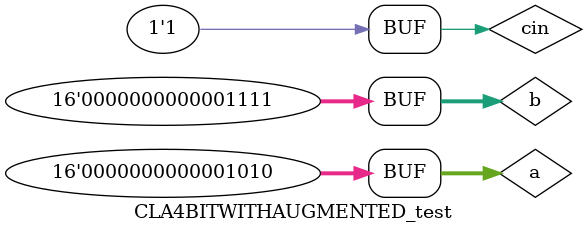
<source format=v>
`timescale 1ns / 1ps

module CLA4BITWITHAUGMENTED_test;

    // Inputs
	reg [15:0] a;
	reg [15:0] b;
	reg cin;

    //Outputs
	wire [3:0] carry;
	wire p;
	wire g;
	wire [15:0] sum;
    wire cout;

    // Instantiate the Unit Under Test (UUT)
	CLA16BITWITHLCU uut (
		.a(a), 
		.b(b), 
		.cin(cin), 
		.carry(carry), 
		.p(p), 
		.g(g), 
		.sum(sum),
        .cout(cout)
	);

	initial begin
		// Initialize Inputs
		a = 10;
		b = 15;
		cin = 1;

		// Wait 100 ns for global reset to finish
		#100;
        
		// Add stimulus here

	end
      
endmodule


</source>
